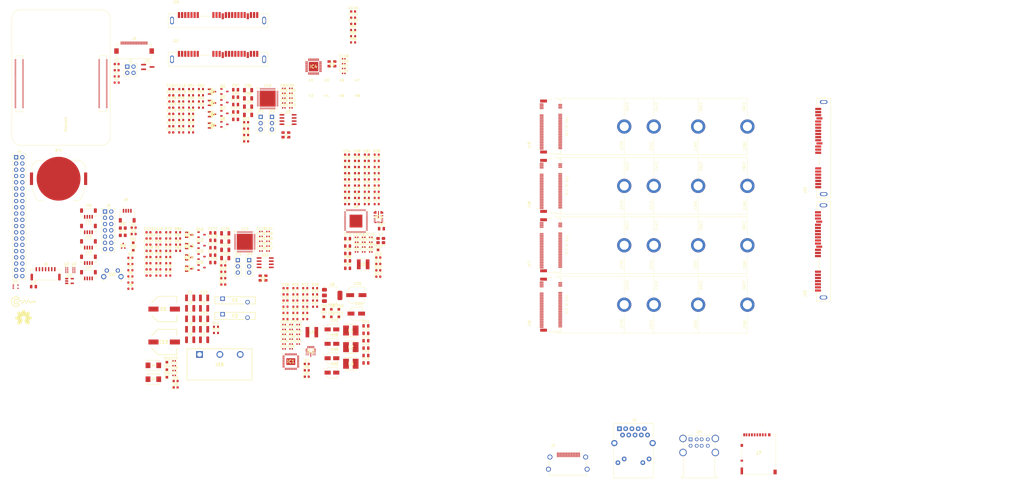
<source format=kicad_pcb>
(kicad_pcb (version 20241229) (generator "pcbnew") (generator_version "9.0")
  (title_block (title "${DOC_TYPE} Document") (date "2024-04-13") (rev "1.1") (company "${COMPANY}"))
  (layers (0 "F.Cu" signal "L1 (Sig, PWR)") (4 "In1.Cu" signal "L2 (GND)") (6 "In2.Cu" power "L3 (Sig, PWR)") (2 "B.Cu" signal "L6 (Sig, PWR)") (13 "F.Paste" user) (15 "B.Paste" user) (5 "F.SilkS" user "F.Silkscreen") (7 "B.SilkS" user "B.Silkscreen") (1 "F.Mask" user) (3 "B.Mask" user) (25 "Edge.Cuts" user))
  (property "BOARD_NAME" "CM5_NAS")
  (property "DESIGNER" "Oliver Studman")
  (property "DOC_TYPE" "Fabrication")
  (property "PROJECT_NAME" "CM5_NAS")
  (property "RELEASE_DATE" "Release Date")
  (property "REVIEWER" "Reviewer Name")
  (property "REVISION" "6")
  (net 0 "")
  (net 1 "/Project Architecture/CM5_GPIO/VBAT")
  (net 2 "/Project Architecture/CM5_High Speed IO/+5V S1")
  (net 3 "/Project Architecture/CM5_High Speed IO/HDMI_5v")
  (net 4 "/Project Architecture/CM5_GPIO/SD_PWR")
  (net 5 "/Project Architecture/Input/+12V")
  (net 6 "/Project Architecture/Input/+5V S1")
  (net 7 "Net-(IC1-COMP2)")
  (net 8 "Net-(IC1-V7V)")
  (net 9 "/Project Architecture/Power/+5V S1")
  (net 10 "/Project Architecture/Power/+3V3")
  (net 11 "Net-(C24-Pad1)")
  (net 12 "Net-(IC1-V3V)")
  (net 13 "Net-(IC1-SS2)")
  (net 14 "/Project Architecture/Power/FB2")
  (net 15 "/Project Architecture/Power/+1V2A")
  (net 16 "Net-(IC1-LX2_1)")
  (net 17 "Net-(IC1-BST2)")
  (net 18 "/Project Architecture/Power/+3V3A")
  (net 19 "Net-(IC1-BST3)")
  (net 20 "Net-(IC1-LX3_1)")
  (net 21 "Net-(IC1-BST1)")
  (net 22 "Net-(IC1-LX1_1)")
  (net 23 "/Project Architecture/Power/+1V2")
  (net 24 "/Project Architecture/Power/FB3")
  (net 25 "/Project Architecture/Power/FB1")
  (net 26 "Net-(IC1-SS3)")
  (net 27 "Net-(IC1-SS1)")
  (net 28 "Net-(IC2-BST)")
  (net 29 "Net-(IC2-LX)")
  (net 30 "/Project Architecture/Power/+12V")
  (net 31 "Net-(C42-Pad1)")
  (net 32 "Net-(C43-Pad1)")
  (net 33 "/Project Architecture/Power/+5V S2")
  (net 34 "Net-(IC2-COMP)")
  (net 35 "Net-(IC1-CMP3)")
  (net 36 "Net-(IC1-CMP1)")
  (net 37 "Net-(IC2-BIAS)")
  (net 38 "/Project Architecture/Power/SUP")
  (net 39 "Net-(C51-Pad1)")
  (net 40 "/Project Architecture/M.2 Drives/PCIe_TX_P_1")
  (net 41 "Net-(U8-TXP_1)")
  (net 42 "/Project Architecture/M.2 Drives/PCIe_TX_N_1")
  (net 43 "Net-(U8-TXN_1)")
  (net 44 "+1V2")
  (net 45 "/Project Architecture/M.2 Drives/FB")
  (net 46 "/Project Architecture/M.2 Drives/PCIe_TX_P_2")
  (net 47 "Net-(U8-TXP_2)")
  (net 48 "/Project Architecture/M.2 Drives/PCIe_TX_N_2")
  (net 49 "Net-(U8-TXN_2)")
  (net 50 "/Project Architecture/M.2 Drives/PCIe_TX_P_3")
  (net 51 "Net-(U8-TXP_3)")
  (net 52 "Net-(U8-TXN_3)")
  (net 53 "/Project Architecture/M.2 Drives/PCIe_TX_N_3")
  (net 54 "Net-(U8-TXP_4)")
  (net 55 "/Project Architecture/M.2 Drives/PCIe_TX_P_4")
  (net 56 "Net-(U8-TXN_4)")
  (net 57 "/Project Architecture/M.2 Drives/PCIe_TX_N_4")
  (net 58 "Net-(C95-Pad2)")
  (net 59 "Net-(C103-Pad2)")
  (net 60 "Net-(IC3-CBOOT)")
  (net 61 "/Project Architecture/M.2 Drives/BOOT")
  (net 62 "Net-(C120-Pad2)")
  (net 63 "+3V3A")
  (net 64 "Net-(U8-TXP_IN)")
  (net 65 "/Project Architecture/M.2 Drives/PCIE_TX_P")
  (net 66 "/Project Architecture/M.2 Drives/PCIE_TX_N")
  (net 67 "Net-(U8-TXN_IN)")
  (net 68 "/Project Architecture/Sata Drives 1/XIN")
  (net 69 "/Project Architecture/Sata Drives 1/XOUT")
  (net 70 "Net-(C124-Pad2)")
  (net 71 "/Project Architecture/Sata Drives 1/S0_TXN")
  (net 72 "/Project Architecture/Sata Drives 1/S0_TXP")
  (net 73 "Net-(C92-Pad2)")
  (net 74 "/Project Architecture/Sata Drives 1/S0_RXP")
  (net 75 "Net-(C93-Pad2)")
  (net 76 "Net-(C94-Pad2)")
  (net 77 "/Project Architecture/Sata Drives 1/S0_RXN")
  (net 78 "+5V-HDD0")
  (net 79 "Net-(Q3-G)")
  (net 80 "+12V")
  (net 81 "+12V-HDD0")
  (net 82 "Net-(Q6-G)")
  (net 83 "Net-(C132-Pad2)")
  (net 84 "/Project Architecture/Sata Drives 1/S1_TXN")
  (net 85 "/Project Architecture/Sata Drives 1/S1_TXP")
  (net 86 "Net-(C100-Pad2)")
  (net 87 "/Project Architecture/Sata Drives 1/S1_RXP")
  (net 88 "Net-(C101-Pad2)")
  (net 89 "/Project Architecture/Sata Drives 1/S1_RXN")
  (net 90 "Net-(C102-Pad2)")
  (net 91 "/Project Architecture/Sata Drives 1/VBUS-S")
  (net 92 "+5V-HDD1")
  (net 93 "+12V-HDD1")
  (net 94 "/Project Architecture/Sata Drives 1/3V3")
  (net 95 "/Project Architecture/Sata Drives 1/3V3A")
  (net 96 "/Project Architecture/Sata Drives 1/1V2D")
  (net 97 "/Project Architecture/Sata Drives 1/1V2A")
  (net 98 "/Project Architecture/Sata Drives 2/S2_TXN")
  (net 100 "/Project Architecture/Sata Drives 2/S2_TXP")
  (net 101 "Net-(C119-Pad2)")
  (net 102 "/Project Architecture/Sata Drives 2/XIN")
  (net 103 "/Project Architecture/Sata Drives 2/XOUT")
  (net 104 "/Project Architecture/Sata Drives 2/S2_RXP")
  (net 106 "/Project Architecture/Sata Drives 2/S2_RXN")
  (net 107 "Net-(C123-Pad2)")
  (net 108 "+5V-HDD2")
  (net 109 "+12V-HDD2")
  (net 110 "Net-(Q11-G)")
  (net 111 "Net-(Q14-G)")
  (net 112 "/Project Architecture/Sata Drives 2/S3_TXN")
  (net 113 "/Project Architecture/M.2 Drives/PERST")
  (net 114 "Net-(C129-Pad2)")
  (net 115 "Net-(C130-Pad2)")
  (net 116 "/Project Architecture/Sata Drives 2/S3_RXP")
  (net 117 "/Project Architecture/Sata Drives 2/S3_RXN")
  (net 118 "Net-(C131-Pad2)")
  (net 119 "/Project Architecture/Sata Drives 2/VBUS-S")
  (net 120 "+5V-HDD3")
  (net 121 "+12V-HDD3")
  (net 122 "/Project Architecture/Sata Drives 2/3V3")
  (net 123 "/Project Architecture/Sata Drives 2/3V3A")
  (net 124 "/Project Architecture/Sata Drives 2/1V2D")
  (net 125 "/Project Architecture/Sata Drives 2/1V2A")
  (net 126 "Net-(IC4-CRFILT)")
  (net 127 "/Project Architecture/Usb Switch/XIN")
  (net 128 "/Project Architecture/Usb Switch/XOUT")
  (net 129 "Net-(J24-Shield)")
  (net 130 "Net-(IC4-PLLFILT)")
  (net 131 "/Project Architecture/CM5_GPIO/+3V3")
  (net 132 "Net-(D1-K)")
  (net 133 "Net-(D2-K)")
  (net 134 "Net-(D3-A)")
  (net 135 "Net-(D6-A)")
  (net 136 "Net-(D7-A)")
  (net 137 "Net-(D8-A)")
  (net 138 "Net-(D9-A)")
  (net 139 "Net-(D10-K)")
  (net 140 "Net-(D11-K)")
  (net 141 "Net-(D12-K)")
  (net 142 "Net-(D13-K)")
  (net 143 "Net-(D14-A)")
  (net 144 "Net-(D15-A)")
  (net 145 "Net-(D16-A)")
  (net 146 "Net-(D17-A)")
  (net 147 "Net-(D18-A)")
  (net 148 "Net-(D19-A)")
  (net 149 "Net-(D20-A)")
  (net 150 "Net-(D21-A)")
  (net 151 "Net-(F1-Pad1)")
  (net 152 "Net-(F2-Pad1)")
  (net 153 "Net-(IC1-RLIM2)")
  (net 154 "Net-(IC1-RLIM3)")
  (net 156 "Net-(IC1-ROSC)")
  (net 157 "Net-(IC1-RLIM1)")
  (net 158 "Net-(IC1-PGOOD)")
  (net 159 "Net-(IC2-~{RESET})")
  (net 160 "Net-(IC2-FOSC)")
  (net 161 "/Project Architecture/M.2 Drives/VCC")
  (net 162 "/Project Architecture/M.2 Drives/RS1")
  (net 163 "Net-(IC3-SW)")
  (net 164 "/Project Architecture/M.2 Drives/EN")
  (net 165 "/Project Architecture/Usb Switch/+3V3A")
  (net 166 "Net-(IC4-USBDM_DN1{slash}PRT_DIS_M1)")
  (net 171 "Net-(IC4-USBDM_DN2{slash}PRT_DIS_M2)")
  (net 174 "/Project Architecture/Usb Switch/+3V3")
  (net 176 "Net-(IC4-VBUS_DET)")
  (net 180 "Net-(IC4-USBDP_DN2{slash}PRT_DIS_P2)")
  (net 181 "/Project Architecture/Usb Switch/USB2_P")
  (net 182 "/Project Architecture/Usb Switch/USB2_N")
  (net 183 "Net-(IC4-RBIAS)")
  (net 188 "Net-(IC4-USBDP_DN1{slash}PRT_DIS_P1)")
  (net 192 "/Project Architecture/CM5_High Speed IO/SDA1")
  (net 193 "/Project Architecture/CM5_High Speed IO/ID_SD")
  (net 194 "/Project Architecture/CM5_High Speed IO/ID_SC")
  (net 195 "/Project Architecture/CM5_High Speed IO/SCL1")
  (net 196 "/Project Architecture/CM5_High Speed IO/HDMI0_HOTPLUG")
  (net 197 "/Project Architecture/CM5_High Speed IO/HDMI0_CEC")
  (net 198 "/Project Architecture/CM5_High Speed IO/HDMI0_D2_P")
  (net 199 "/Project Architecture/CM5_High Speed IO/HDMI0_D0_P")
  (net 200 "/Project Architecture/CM5_High Speed IO/HDMI0_CK_P")
  (net 201 "/Project Architecture/CM5_High Speed IO/HDMI0_D2_N")
  (net 202 "/Project Architecture/CM5_High Speed IO/HDMI0_D1_P")
  (net 203 "/Project Architecture/CM5_High Speed IO/HDMI0_D0_N")
  (net 204 "/Project Architecture/CM5_High Speed IO/HDMI0_SCL")
  (net 205 "/Project Architecture/CM5_High Speed IO/HDMI0_SDA")
  (net 207 "/Project Architecture/CM5_High Speed IO/HDMI0_CK_N")
  (net 208 "/Project Architecture/CM5_High Speed IO/HDMI0_D1_N")
  (net 209 "/Project Architecture/CM5_High Speed IO/DPHY0_C_P")
  (net 210 "/Project Architecture/CM5_High Speed IO/DPHY0_D2_N")
  (net 211 "/Project Architecture/CM5_High Speed IO/DPHY0_D2_P")
  (net 212 "/Project Architecture/CM5_High Speed IO/DPHY0_D0_N")
  (net 213 "/Project Architecture/CM5_High Speed IO/DPHY0_D1_P")
  (net 214 "/Project Architecture/CM5_High Speed IO/DPHY0_D1_N")
  (net 215 "/Project Architecture/CM5_High Speed IO/DPHY0_D0_P")
  (net 216 "/Project Architecture/CM5_High Speed IO/+3V3")
  (net 217 "/Project Architecture/CM5_High Speed IO/DPHY0_D3_N")
  (net 218 "/Project Architecture/CM5_High Speed IO/CAM_GPIO0")
  (net 219 "/Project Architecture/CM5_High Speed IO/DPHY0_C_N")
  (net 220 "/Project Architecture/CM5_High Speed IO/SCL0")
  (net 221 "/Project Architecture/CM5_High Speed IO/CAM_GPIO1")
  (net 222 "/Project Architecture/CM5_High Speed IO/DPHY0_D3_P")
  (net 223 "/Project Architecture/CM5_High Speed IO/SDA0")
  (net 226 "/Project Architecture/CM5_GPIO/GPIO19")
  (net 228 "/Project Architecture/CM5_GPIO/GPIO22")
  (net 229 "/Project Architecture/CM5_GPIO/ID_SC")
  (net 230 "/Project Architecture/CM5_GPIO/GPIO17")
  (net 231 "/Project Architecture/CM5_GPIO/GPIO9")
  (net 232 "/Project Architecture/CM5_GPIO/GPIO7")
  (net 234 "/Project Architecture/CM5_GPIO/+5V")
  (net 236 "/Project Architecture/CM5_GPIO/GPIO18")
  (net 237 "/Project Architecture/CM5_GPIO/GPIO16")
  (net 239 "/Project Architecture/CM5_GPIO/GPIO5")
  (net 240 "/Project Architecture/CM5_GPIO/GPIO26")
  (net 241 "/Project Architecture/CM5_GPIO/GPIO23")
  (net 244 "/Project Architecture/CM5_GPIO/ID_SD")
  (net 245 "/Project Architecture/CM5_GPIO/GPIO20")
  (net 250 "/Project Architecture/CM5_GPIO/GPIO24")
  (net 251 "/Project Architecture/CM5_GPIO/GPIO6")
  (net 252 "/Project Architecture/CM5_GPIO/GPIO21")
  (net 253 "/Project Architecture/CM5_GPIO/TRD0_P")
  (net 254 "/Project Architecture/CM5_GPIO/TRD0_N")
  (net 255 "Net-(J5-PadL4)")
  (net 256 "/Project Architecture/CM5_GPIO/TRD1_N")
  (net 257 "Net-(J5-PadL2)")
  (net 258 "/Project Architecture/CM5_GPIO/TRD3_P")
  (net 259 "/Project Architecture/CM5_GPIO/TRD1_P")
  (net 260 "/Project Architecture/CM5_GPIO/TRD2_N")
  (net 261 "/Project Architecture/CM5_GPIO/TRD3_N")
  (net 262 "/Project Architecture/CM5_GPIO/TRD2_P")
  (net 263 "/Project Architecture/CM5_GPIO/GPIO25")
  (net 264 "/Project Architecture/CM5_GPIO/GPIO8")
  (net 265 "/Project Architecture/CM5_GPIO/GPIO10")
  (net 266 "/Project Architecture/CM5_GPIO/GPIO27")
  (net 267 "/Project Architecture/CM5_GPIO/GPIO11")
  (net 268 "/Project Architecture/CM5_GPIO/SD_DAT0")
  (net 269 "/Project Architecture/CM5_GPIO/SD_DAT2")
  (net 270 "/Project Architecture/CM5_GPIO/SD_CLK")
  (net 271 "/Project Architecture/CM5_GPIO/SD_DAT1")
  (net 272 "/Project Architecture/CM5_GPIO/SD_DAT3")
  (net 273 "/Project Architecture/CM5_GPIO/SD_CMD")
  (net 274 "/Project Architecture/CM5_GPIO/GPIO2")
  (net 275 "/Project Architecture/CM5_GPIO/GPIO3")
  (net 276 "/Project Architecture/CM5_GPIO/nRPIBOOT")
  (net 277 "/Project Architecture/CM5_GPIO/EEPROM_nWP")
  (net 278 "/Project Architecture/CM5_GPIO/PMIC_ENABLE")
  (net 280 "/Project Architecture/CM5_GPIO/SYNC_OUT")
  (net 281 "/Project Architecture/CM5_GPIO/PWR_BUT")
  (net 282 "/Project Architecture/CM5_GPIO/USBOTG")
  (net 283 "/Project Architecture/CM5_GPIO/+12V")
  (net 285 "/Project Architecture/CM5_GPIO/PWM_1")
  (net 287 "/Project Architecture/CM5_GPIO/PWM_2")
  (net 288 "/Project Architecture/CM5_GPIO/TACHO")
  (net 289 "/Project Architecture/CM5_GPIO/PWM_0")
  (net 291 "/Project Architecture/CM5_GPIO/PWM_3")
  (net 293 "/Project Architecture/M.2 Drives/SUSCLK")
  (net 294 "/Project Architecture/M.2 Drives/PCIe_CLK_N_4")
  (net 295 "Net-(J16-DAS{slash}~{DSS}{slash}~{LED1})")
  (net 296 "/Project Architecture/M.2 Drives/PCIe_RX_N_4")
  (net 297 "/Project Architecture/M.2 Drives/PCIe_CLK_P_4")
  (net 298 "/Project Architecture/M.2 Drives/PCIe_RX_P_4")
  (net 299 "/Project Architecture/M.2 Drives/PCIe_RX_P_3")
  (net 300 "/Project Architecture/M.2 Drives/PCIe_RX_N_3")
  (net 301 "Net-(J17-DAS{slash}~{DSS}{slash}~{LED1})")
  (net 302 "/Project Architecture/M.2 Drives/PCIe_RX_P_1")
  (net 303 "/Project Architecture/M.2 Drives/PCIe_CLK_P_1")
  (net 304 "/Project Architecture/M.2 Drives/PCIe_CLK_N_1")
  (net 305 "Net-(J18-DAS{slash}~{DSS}{slash}~{LED1})")
  (net 306 "/Project Architecture/M.2 Drives/PCIe_RX_N_1")
  (net 307 "/Project Architecture/M.2 Drives/PCIe_RX_N_2")
  (net 308 "/Project Architecture/M.2 Drives/PCIe_CLK_P_2")
  (net 309 "Net-(J19-DAS{slash}~{DSS}{slash}~{LED1})")
  (net 310 "/Project Architecture/M.2 Drives/PCIe_RX_P_2")
  (net 311 "/Project Architecture/M.2 Drives/PCIe_CLK_N_2")
  (net 314 "Net-(Q2-B)")
  (net 318 "Net-(Q8-B)")
  (net 321 "Net-(Q10-B)")
  (net 325 "Net-(Q15-B)")
  (net 328 "/Project Architecture/Usb Switch/+5V S1")
  (net 329 "/Project Architecture/Sata Drives 1/GPIO5")
  (net 330 "/Project Architecture/Sata Drives 1/GPIO7")
  (net 331 "/Project Architecture/Sata Drives 2/GPIO5")
  (net 332 "/Project Architecture/Sata Drives 2/GPIO7")
  (net 333 "/Project Architecture/CM5_GPIO/ETH_LEDY")
  (net 334 "/Project Architecture/CM5_High Speed IO/USB2_P")
  (net 337 "/Project Architecture/CM5_High Speed IO/PCIE_nCLKREQ")
  (net 339 "/Project Architecture/CM5_GPIO/SDA0")
  (net 341 "/Project Architecture/CM5_High Speed IO/USB2_N")
  (net 345 "/Project Architecture/CM5_GPIO/ETH_LEDG")
  (net 350 "/Project Architecture/CM5_GPIO/SCL0")
  (net 351 "/Project Architecture/CM5_High Speed IO/PCIE_TX_N")
  (net 352 "/Project Architecture/CM5_High Speed IO/PCIE_PWR_EN")
  (net 354 "/Project Architecture/CM5_GPIO/SD_PWR_ON")
  (net 355 "Net-(Module1A-LED_nACT)")
  (net 356 "/Project Architecture/CM5_High Speed IO/USB3-0-TX_N")
  (net 358 "/Project Architecture/CM5_GPIO/PWM_4")
  (net 363 "/Project Architecture/CM5_High Speed IO/USBOTG")
  (net 364 "/Project Architecture/CM5_High Speed IO/USB3-1-TX_P")
  (net 367 "/Project Architecture/CM5_High Speed IO/VBUS_EN")
  (net 368 "/Project Architecture/CM5_High Speed IO/PCIE_nWAKE")
  (net 369 "/Project Architecture/CM5_GPIO/CM5 Shut")
  (net 371 "/Project Architecture/CM5_High Speed IO/USB3-1-RX_N")
  (net 372 "/Project Architecture/CM5_GPIO/CAM_GPIO1")
  (net 374 "/Project Architecture/CM5_GPIO/GPIO_VREF")
  (net 375 "/Project Architecture/CM5_High Speed IO/PCIE_RX_N")
  (net 377 "/Project Architecture/CM5_High Speed IO/USB3-1-TX_N")
  (net 379 "/Project Architecture/CM5_High Speed IO/PCIE_CLK_N")
  (net 380 "/Project Architecture/CM5_High Speed IO/PCIE_TX_P")
  (net 381 "/Project Architecture/CM5_GPIO/WL_nDis")
  (net 382 "/Project Architecture/CM5_High Speed IO/PCIE_nRST")
  (net 383 "/Project Architecture/CM5_High Speed IO/USB3-1-RX_P")
  (net 384 "/Project Architecture/CM5_High Speed IO/USB3-0-RX_P")
  (net 385 "/Project Architecture/CM5_GPIO/BT_nDis")
  (net 386 "/Project Architecture/CM5_High Speed IO/USB3-0-RX_N")
  (net 387 "/Project Architecture/CM5_High Speed IO/USB3-0-TX_P")
  (net 390 "/Project Architecture/CM5_GPIO/nPWR_LED")
  (net 392 "/Project Architecture/CM5_GPIO/+1V8")
  (net 393 "/Project Architecture/CM5_High Speed IO/PCIE_RX_P")
  (net 394 "/Project Architecture/CM5_GPIO/CAM_GPIO0")
  (net 398 "/Project Architecture/CM5_High Speed IO/PCIE_CLK_P")
  (net 403 "/Project Architecture/Sata Drives 1/HDD0_DET")
  (net 404 "Net-(Q4-C)")
  (net 405 "+5V")
  (net 406 "Net-(Q7-C)")
  (net 407 "/Project Architecture/Sata Drives 1/HDD1_DET")
  (net 408 "/Project Architecture/Sata Drives 2/HDD2_DET")
  (net 409 "Net-(Q12-C)")
  (net 410 "/Project Architecture/Sata Drives 2/HDD3_DET")
  (net 411 "Net-(Q16-C)")
  (net 412 "/Project Architecture/CM5_High Speed IO/GPIO_VREF")
  (net 413 "Net-(R6-Pad2)")
  (net 414 "Net-(U8-GPIO_1)")
  (net 415 "Net-(U8-GPIO_5)")
  (net 416 "Net-(U8-GPIO_7)")
  (net 417 "Net-(U8-GPIO_3)")
  (net 418 "Net-(U8-GPIO_0)")
  (net 419 "Net-(U8-GPIO_4)")
  (net 420 "Net-(U8-GPIO_2)")
  (net 421 "Net-(U8-GPIO_6)")
  (net 422 "Net-(U8-TEST_EN)")
  (net 423 "Net-(U8-REXT1)")
  (net 424 "Net-(U8-REXT2)")
  (net 425 "/Project Architecture/Sata Drives 1/S-REXT")
  (net 426 "/Project Architecture/Sata Drives 1/GPIO9")
  (net 427 "/Project Architecture/Sata Drives 1/U-REXT")
  (net 428 "/Project Architecture/Sata Drives 1/GPIO8")
  (net 429 "/Project Architecture/Sata Drives 1/VBUS")
  (net 430 "/Project Architecture/Sata Drives 1/GPIO1")
  (net 431 "/Project Architecture/Sata Drives 1/GPIO11")
  (net 432 "/Project Architecture/Sata Drives 1/GPIO10")
  (net 433 "/Project Architecture/Sata Drives 1/GPIO12")
  (net 434 "/Project Architecture/Sata Drives 1/GPIO14")
  (net 435 "/Project Architecture/Sata Drives 2/S-REXT")
  (net 436 "/Project Architecture/Sata Drives 2/GPIO9")
  (net 437 "/Project Architecture/Sata Drives 2/U-REXT")
  (net 438 "/Project Architecture/Sata Drives 2/GPIO8")
  (net 439 "/Project Architecture/Sata Drives 2/VBUS")
  (net 440 "/Project Architecture/Sata Drives 2/GPIO1")
  (net 441 "/Project Architecture/Sata Drives 2/GPIO11")
  (net 442 "/Project Architecture/Sata Drives 2/GPIO10")
  (net 443 "/Project Architecture/Sata Drives 2/GPIO12")
  (net 444 "/Project Architecture/Sata Drives 2/GPIO14")
  (net 447 "/Project Architecture/M.2 Drives/PCIe_CLK_N_3")
  (net 448 "/Project Architecture/M.2 Drives/PCIE_RX_P")
  (net 451 "/Project Architecture/M.2 Drives/PCIE_CLK_N")
  (net 452 "/Project Architecture/M.2 Drives/PCIe_CLK_P_3")
  (net 453 "/Project Architecture/M.2 Drives/PCIE_nRST")
  (net 454 "/Project Architecture/M.2 Drives/PCIE_CLK_P")
  (net 455 "/Project Architecture/M.2 Drives/PCIE_RX_N")
  (net 456 "/Project Architecture/Sata Drives 1/GPIO16")
  (net 457 "/Project Architecture/Sata Drives 1/GPIO13")
  (net 458 "/Project Architecture/Sata Drives 1/GPIO15")
  (net 459 "/Project Architecture/Sata Drives 1/GPIO2")
  (net 460 "/Project Architecture/Sata Drives 1/GPIO17")
  (net 461 "/Project Architecture/Sata Drives 1/USB3-0-TX_N")
  (net 462 "/Project Architecture/Sata Drives 1/GPIO6")
  (net 463 "/Project Architecture/Sata Drives 1/GPIO0")
  (net 464 "/Project Architecture/Sata Drives 1/USB3-0-RX_N")
  (net 465 "/Project Architecture/Sata Drives 1/GPIO4")
  (net 467 "/Project Architecture/Sata Drives 1/VCCH")
  (net 469 "/Project Architecture/Sata Drives 1/GPIO3")
  (net 470 "/Project Architecture/Sata Drives 1/USB3-0-TX_P")
  (net 473 "/Project Architecture/Sata Drives 1/DM")
  (net 476 "/Project Architecture/Sata Drives 1/RSTn")
  (net 477 "/Project Architecture/Sata Drives 1/USB3-0-RX_P")
  (net 479 "/Project Architecture/Sata Drives 1/DP")
  (net 480 "/Project Architecture/Sata Drives 2/GPIO15")
  (net 481 "/Project Architecture/Sata Drives 2/GPIO13")
  (net 482 "/Project Architecture/Sata Drives 2/GPIO2")
  (net 483 "/Project Architecture/Sata Drives 2/GPIO16")
  (net 484 "/Project Architecture/Sata Drives 2/VCCH")
  (net 485 "/Project Architecture/Sata Drives 2/GPIO4")
  (net 487 "/Project Architecture/Sata Drives 2/GPIO6")
  (net 489 "/Project Architecture/Sata Drives 2/GPIO17")
  (net 491 "/Project Architecture/Sata Drives 2/GPIO0")
  (net 492 "/Project Architecture/Sata Drives 2/USB3-1-TX_N")
  (net 494 "/Project Architecture/Sata Drives 2/USB3-1-TX_P")
  (net 495 "/Project Architecture/Sata Drives 2/GPIO3")
  (net 496 "/Project Architecture/Sata Drives 2/RSTn")
  (net 498 "/Project Architecture/Sata Drives 2/S3_TXP")
  (net 499 "/Project Architecture/Sata Drives 2/USB3-1-RX_N")
  (net 500 "/Project Architecture/Sata Drives 2/USB3-1-RX_P")
  (net 505 "gnd")
  (net 513 "/Project Architecture/M.2 Drives/PCIE_nCLKREQ")
  (net 534 "/Project Architecture/M.2 Drives/PCIE_nWAKE")
  (footprint "Capacitor_SMD:C_0805_2012Metric" (layer "F.Cu") (at -71.39 53.37)
    (property "Reference" "C113")
    (property "Value" "1u")
  )
  (footprint "MMBT3904:P200_SOT-23" (layer "F.Cu") (at -77.16 47.04)
    (property "Reference" "Q2")
    (property "Value" "NPN")
  )
  (footprint "Resistor_SMD:R_0603_1608Metric" (layer "F.Cu") (at -98.74 107.73)
    (property "Reference" "R73")
    (property "Value" "100K")
  )
  (footprint "Capacitor_SMD:C_0402_1005Metric" (layer "F.Cu") (at -61.1 112.83)
    (property "Reference" "C123")
    (property "Value" "10n")
  )
  (footprint "Capacitor_SMD:C_1210_3225Metric" (layer "F.Cu") (at -84.19 144.6)
    (property "Reference" "C16")
    (property "Value" "10u")
  )
  (footprint "Capacitor_SMD:C_0805_2012Metric" (layer "F.Cu") (at -12.192 103.759)
    (property "Reference" "C87")
    (property "Value" "1u")
  )
  (footprint "Capacitor_SMD:C_0603_1608Metric" (layer "F.Cu") (at -106.76 120.28)
    (property "Reference" "C141")
    (property "Value" "100n")
  )
  (footprint "Resistor_SMD:R_0603_1608Metric" (layer "F.Cu") (at -119.67 44.46)
    (property "Reference" "R2")
    (property "Value" "2K2 1%")
  )
  (footprint "Capacitor_SMD:C_0603_1608Metric" (layer "F.Cu") (at -97.49 64.67)
    (property "Reference" "C115")
    (property "Value" "100n")
  )
  (footprint "EEEFK1H100UR:CAP_EEEFK1H100UR" (layer "F.Cu") (at -22.415 138.23)
    (property "Reference" "C22")
    (property "Value" "10u")
  )
  (footprint "Capacitor_SMD:C_1210_3225Metric" (layer "F.Cu") (at -84.19 131.85)
    (property "Reference" "C12")
    (property "Value" "1u")
  )
  (footprint "Resistor_SMD:R_0603_1608Metric" (layer "F.Cu") (at -39.12 127.91)
    (property "Reference" "R28")
    (property "Value" "20k")
  )
  (footprint "Resistor_SMD:R_0603_1608Metric" (layer "F.Cu") (at -47.14 127.91)
    (property "Reference" "R16")
    (property "Value" "40K2")
  )
  (footprint "SRN5040TA-1R0M:SRN5040TA1R0M" (layer "F.Cu") (at -40.445 145.765)
    (property "Reference" "L4")
    (property "Value" "1u" (hide yes))
  )
  (footprint "Capacitor_SMD:C_0603_1608Metric" (layer "F.Cu") (at -22.14 81.24)
    (property "Reference" "C74")
    (property "Value" "0u47")
  )
  (footprint "Capacitor_SMD:C_0603_1608Metric" (layer "F.Cu") (at -23.69 15.59)
    (property "Reference" "C149")
    (property "Value" "100n")
  )
  (footprint "Resistor_SMD:R_0603_1608Metric" (layer "F.Cu") (at -18.13 88.77)
    (property "Reference" "R36")
    (property "Value" "10K")
  )
  (footprint "MAX20008AFOC_VY+T:MAX20008AFOCVYT" (layer "F.Cu") (at -40.895 153.59)
    (property "Reference" "IC2")
    (property "Value" "MAX20008AFOC_VY+T" (hide yes))
  )
  (footprint "TestPoint:TestPoint_Pad_1.0x1.0mm" (layer "F.Cu") (at -112.94 109.47)
    (property "Reference" "TP1")
    (property "Value" "TestPoint")
  )
  (footprint "LED_SMD:LED_0603_1608Metric" (layer "F.Cu") (at -67.12 68.31)
    (property "Reference" "D17")
    (property "Value" "LED Green")
  )
  (footprint "EEE_FTH101XAP:CAP_EEEFTH101XAP" (layer "F.Cu") (at -22.39 130.73)
    (property "Reference" "C39")
    (property "Value" "100u")
  )
  (footprint "M.2 M Key socket:M.2 M Key socket" (layer "F.Cu") (at 58.11 62.29 90)
    (property "Reference" "J19")
    (property "Value" "Bus_M.2_Socket_M")
  )
  (footprint "LED_SMD:LED_0603_1608Metric" (layer "F.Cu") (at -13.46 120.65)
    (property "Reference" "D12")
    (property "Value" "LED Green")
  )
  (footprint "Capacitor_SMD:C_0402_1005Metric" (layer "F.Cu") (at -16.53 107.28)
    (property "Reference" "C72")
    (property "Value" "100n")
  )
  (footprint "AOSS21311C:SOT95P237X117-3N" (layer "F.Cu") (at -80.98 61.91)
    (property "Reference" "Q9")
    (property "Value" "PMOS" (hide yes))
  )
  (footprint "Package_SO:SOIC-8_3.9x4.9mm_P1.27mm" (layer "F.Cu") (at -59.38 117.57)
    (property "Reference" "U11")
    (property "Value" "W25X40CLSN")
  )
  (footprint "Capacitor_SMD:C_0603_1608Metric" (layer "F.Cu") (at -26.15 73.71)
    (property "Reference" "C54")
    (property "Value" "100n")
  )
  (footprint "Capacitor_SMD:C_0402_1005Metric" (layer "F.Cu") (at -61.1 110.86)
    (property "Reference" "C122")
    (property "Value" "22p")
  )
  (footprint "Resistor_SMD:R_0603_1608Metric" (layer "F.Cu") (at -47.14 140.46)
    (property "Reference" "R21")
    (property "Value" "40K2")
  )
  (footprint "Connector_JST:JST_SH_BM04B-SRSS-TB_1x04-1MP_P1.00mm_Vertical" (layer "F.Cu") (at -131.13 122.62)
    (property "Reference" "J14")
    (property "Value" "JST_SHBM04B-SRSS-TB")
  )
  (footprint "Capacitor_SMD:C_1210_3225Metric" (layer "F.Cu") (at -84.19 148.85)
    (property "Reference" "C17")
    (property "Value" "10u")
  )
  (footprint "Resistor_SMD:R_0603_1608Metric" (layer "F.Cu") (at -98.74 110.24)
    (property "Reference" "R74")
    (property "Value" "100K")
  )
  (footprint "Capacitor_SMD:C_0402_1005Metric" (layer "F.Cu") (at -16.53 109.25)
    (property "Reference" "C75")
    (property "Value" "100n")
  )
  (footprint "Resistor_SMD:R_0603_1608Metric" (layer "F.Cu") (at -89.47 52.12)
    (property "Reference" "R56")
    (property "Value" "100K")
  )
  (footprint "MountingHole:MountingHole_2.7mm_M2.5" (layer "F.Cu") (at -40.76 47.22)
    (property "Reference" "H1")
    (property "Value" "MountingHole")
  )
  (footprint "Capacitor_SMD:C_0603_1608Metric" (layer "F.Cu") (at -26.15 78.73)
    (property "Reference" "C56")
    (property "Value" "100n")
  )
  (footprint "Capacitor_SMD:C_1210_3225Metric" (layer "F.Cu") (at -89.84 131.85)
    (property "Reference" "C4")
    (property "Value" "1u")
  )
  (footprint "TestPoint:TestPoint_Pad_1.0x1.0mm" (layer "F.Cu") (at -112.94 112.52)
    (property "Reference" "TP2")
    (property "Value" "TestPoint")
  )
  (footprint "logo1.dxf:F.SilkS_g8" (layer "F.Cu") (at -157.48 133.35)
    (property "Reference" "G***" (hide yes))
    (property "Value" "LOGO" (hide yes))
  )
  (footprint "Resistor_SMD:R_0603_1608Metric" (layer "F.Cu") (at -23.69 23.12)
    (property "Reference" "R84")
    (property "Value" "1K")
  )
  (footprint "Capacitor_SMD:C_0805_2012Metric" (layer "F.Cu") (at -153.43 127.28)
    (property "Reference" "C3")
    (property "Value" "10u")
  )
  (footprint "Resistor_SMD:R_0603_1608Metric" (layer "F.Cu") (at -89.47 62.16)
    (property "Reference" "R60")
    (property "Value" "4K7")
  )
  (footprint "Resistor_SMD:R_0603_1608Metric" (layer "F.Cu") (at -85.46 54.63)
    (property "Reference" "R65")
    (property "Value" "270")
  )
  (footprint "Resistor_SMD:R_0603_1608Metric" (layer "F.Cu") (at -114.1 128.15)
    (property "Reference" "R8")
    (property "Value" "4K7")
  )
  (footprint "Capacitor_SMD:C_0402_1005Metric" (layer "F.Cu") (at -61.1 104.95)
    (property "Reference" "C119")
    (property "Value" "10n")
  )
  (footprint "Capacitor_SMD:C_0402_1005Metric" (layer "F.Cu") (at -61.1 106.92)
    (property "Reference" "C120")
    (property "Value" "10n")
  )
  (footprint "LED_SMD:LED_0603_1608Metric" (layer "F.Cu") (at -76.39 118.66)
    (property "Reference" "D18")
    (property "Value" "LED Green")
  )
  (footprint "Capacitor_SMD:C_0603_1608Metric" (layer "F.Cu") (at -26.15 86.26)
    (property "Reference" "C59")
    (property "Value" "100n")
  )
  (footprint "MMBT3904:P200_SOT-23" (layer "F.Cu") (at -86.43 114.06)
    (property "Reference" "Q15")
    (property "Value" "NPN")
  )
  (footprint "Capacitor_SMD:C_0603_1608Metric" (layer "F.Cu") (at -106.76 122.79)
    (property "Reference" "C144")
    (property "Value" "100n")
  )
  (footprint "MMBT3904:P200_SOT-23" (layer "F.Cu") (at -86.43 109.61)
    (property "Reference" "Q12")
    (property "Value" "NPN")
  )
  (footprint "Capacitor_SMD:C_0603_1608Metric" (layer "F.Cu") (at -18.13 76.22)
    (property "Reference" "C83")
    (property "Value" "100n")
  )
  (footprint "Capacitor_SMD:C_0603_1608Metric" (layer "F.Cu") (at -97.49 54.63)
    (property "Reference" "C109")
    (property "Value" "100n")
  )
  (footprint "LED_SMD:LED_0603_1608Metric" (layer "F.Cu") (at -13.46 123.24)
    (property "Reference" "D13")
    (property "Value" "LED Green")
  )
  (footprint "Capacitor_SMD:C_0603_1608Metric" (layer "F.Cu") (at -26.15 83.75)
    (property "Reference" "C58")
    (property "Value" "100n")
  )
  (footprint "PRT-14417:SPARKFUN_PRT-14417" (layer "F.Cu") (at -115.39 98.945)
    (property "Reference" "J8")
    (property "Value" "Conn_01x04")
  )
  (footprint "RGEF1200:RGEF1200" (layer "F.Cu") (at -76.69 132.175)
    (property "Reference" "F1")
    (property "Value" "Polyfuse" (hide yes))
  )
  (footprint "Capacitor_SMD:C_0402_1005Metric" (layer "F.Cu") (at -19.4 107.28)
    (property "Reference" "C62")
    (property "Value" "100n")
  )
  (footprint "Capacitor_SMD:C_0603_1608Metric" (layer "F.Cu") (at -22.14 91.28)
    (property "Reference" "C80")
    (property "Value" "100n")
  )
  (footprint "AOSS21311C:SOT95P237X117-3N" (layer "F.Cu") (at -80.98 48.14)
    (property "Reference" "Q3")
    (property "Value" "PMOS" (hide yes))
  )
  (footprint "Capacitor_SMD:C_0805_2012Metric" (layer "F.Cu") (at -18.5 152.25)
    (property "Reference" "C44")
    (property "Value" "4u7")
  )
  (footprint "Resistor_SMD:R_0603_1608Metric" (layer "F.Cu") (at -18.13 86.26)
    (property "Reference" "R35")
    (property "Value" "10K")
  )
  (footprint "Connector_JST:JST_SH_BM04B-SRSS-TB_1x04-1MP_P1.00mm_Vertical" (layer "F.Cu") (at -131.13 116.37)
    (property "Reference" "J13")
    (property "Value" "JST_SHBM04B-SRSS-TB")
  )
  (footprint "Resistor_SMD:R_0603_1608Metric" (layer "F.Cu") (at -43.13 137.95)
    (property "Reference" "R26")
    (property "Value" "80K6")
  )
  (footprint "Resistor_SMD:R_0603_1608Metric" (layer "F.Cu") (at -102.75 120.28)
    (property "Reference" "R70")
    (property "Value" "100K")
  )
  (footprint "MMBT3904:P200_SOT-23" (layer "F.Cu") (at -77.16 55.94)
    (property "Reference" "Q7")
    (property "Value" "NPN")
  )
  (footprint "TestPoint:TestPoint_Pad_1.0x1.0mm" (layer "F.Cu") (at -29.49 136.5)
    (property "Reference" "TP10")
    (property "Value" "TestPoint")
  )
  (footprint "SRN5040-2R2Y:SRN50402R2Y" (layer "F.Cu") (at -19.605 118.225)
    (property "Reference" "L5")
    (property "Value" "2u2" (hide yes))
  )
  (footprint "Capacitor_SMD:C_0402_1005Metric" (layer "F.Cu") (at -61.1 108.89)
    (property "Reference" "C121")
    (property "Value" "22p")
  )
  (footprint "MountingHole:MountingHole_2.7mm_M2.5" (layer "F.Cu") (at -22.01 53.47)
    (property "Reference" "H8")
    (property "Value" "MountingHole")
  )
  (footprint "Resistor_SMD:R_0603_1608Metric" (layer "F.Cu") (at -98.74 120.28)
    (property "Reference" "R78")
    (property "Value" "4K7")
  )
  (footprint "DM3AT-SF-PEJM5:DM3ATSFPEJM5" (layer "F.Cu") (at 140.91925 194.8425)
    (property "Reference" "J7")
    (property "Value" "Micro_SD_Card_Det" (hide yes))
  )
  (footprint "Capacitor_SMD:C_0402_1005Metric" (layer "F.Cu") (at -19.4 109.25)
    (property "Reference" "C63")
    (property "Value" "100n")
  )
  (footprint "SRN5040-4R7M:INDPM5050X400N" (layer "F.Cu") (at -24.625 145.09)
    (property "Reference" "L1")
    (property "Value" "4u7" (hide yes))
  )
  (footprint "Package_SON:USON-10_2.5x1.0mm_P0.5mm" (layer "F.Cu") (at -137.05 120.575)
    (property "Reference" "U3")
    (property "Value" "TPD4EUSB30")
  )
  (footprint "Capacitor_SMD:C_0402_1005Metric" (layer "F.Cu") (at -48.85 144.67)
    (property "Reference" "C34")
    (property "Value" "4n7")
  )
  (footprint "Capacitor_SMD:C_0603_1608Metric" (layer "F.Cu") (at -22.14 73.71)
    (property "Reference" "C68")
    (property "Value" "100n")
  )
  (footprint "Resistor_SMD:R_0603_1608Metric" (layer "F.Cu") (at -43.13 140.46)
    (property "Reference" "R27")
    (property "Value" "383k")
  )
  (footprint "Resistor_SMD:R_0603_1608Metric" (layer "F.Cu") (at -94.73 105.22)
    (property "Reference" "R80")
    (property "Value" "270")
  )
  (footprint "M.2 M Key socket:M.2 M Key socket" (layer "F.Cu") (at 58.11 86.39 90)
    (property "Reference" "J18")
    (property "Value" "Bus_M.2_Socket_M")
  )
  (footprint "Resistor_SMD:R_0603_1608Metric" (layer "F.Cu") (at -47.14 137.95)
    (property "Reference" "R20")
    (property "Value" "40K2")
  )
  (footprint "BSS84AKW115:BSS84AKW115" (layer "F.Cu") (at -117.015 110.695)
    (property "Reference" "Q1")
    (property "Value" "PMOS" (hide yes))
  )
  (footprint "Resistor_SMD:R_0603_1608Metric" (layer "F.Cu") (at -47.14 132.93)
    (property "Reference" "R18")
    (property "Value" "270")
  )
  (footprint "LED_SMD:LED_0603_1608Metric" (layer "F.Cu") (at -42.5 161.25)
    (property "Reference" "D8")
    (property "Value" "LED Green")
  )
  (footprint "Capacitor_SMD:C_1210_3225Metric" (layer "F.Cu") (at -84.19 140.35)
    (property "Reference" "C15")
    (property "Value" "10u")
  )
  (footprint "Resistor_SMD:R_0603_1608Metric" (layer "F.Cu") (at -14.12 78.73)
    (property "Reference" "R41")
    (property "Value" "1K")
  )
  (footprint "Resistor_SMD:R_0603_1608Metric" (layer "F.Cu") (at -39.12 135.44)
    (property "Reference" "R31")
    (property "Value" "12k")
  )
  (footprint "Capacitor_SMD:C_0805_2012Metric" (layer "F.Cu") (at -25.93 107.8)
    (property "Reference" "C73")
    (property "Value" "10u")
  )
  (footprint "MountingHole:MountingHole_2.7mm_M2.5" (layer "F.Cu") (at -28.26 47.22)
    (property "Reference" "H5")
    (property "Value" "MountingHole")
  )
  (footprint "LED_SMD:LED_0603_1608Metric" (layer "F.Cu") (at -112.77 105.93)
    (property "Reference" "D2")
    (property "Value" "LED Red")
  )
  (footprint "Capacitor_SMD:C_1206_3216Metric" (layer "F.Cu") (at -66.34 57.57)
    (property "Reference" "C106")
    (property "Value" "22u")
  )
  (footprint "Capacitor_SMD:C_0402_1005Metric" (layer "F.Cu") (at -27.5 36.8)
    (property "Reference" "C150")
    (property "Value" "22p")
  )
  (footprint "Package_TO_SOT_SMD:SOT-23-5" (layer "F.Cu") (at -138.83 124.995)
    (property "Reference" "U5")
    (property "Value" "RT9742GGJ5")
  )
  (footprint "Resistor_SMD:R_0603_1608Metric" (layer "F.Cu") (at -114.1 115.6)
    (property "Reference" "R3")
    (property "Value" "1K")
  )
  (footprint "Package_DFN_QFN:QFN-64-1EP_8x8mm_P0.4mm_EP6.5x6.5mm" (layer "F.Cu") (at -58.39 50.97)
    (property "Reference" "U10")
    (property "Value" "JMS561")
  )
  (footprint "Resistor_SMD:R_0603_1608Metric" (layer "F.Cu") (at -94.73 107.73)
    (property "Reference" "R81")
    (property "Value" "270")
  )
  (footprint "Capacitor_SMD:C_1206_3216Metric" (layer "F.Cu") (at -75.61 115.69)
    (property "Reference" "C135")
    (property "Value" "22u")
  )
  (footprint "Capacitor_SMD:C_0603_1608Metric" (layer "F.Cu") (at -93.48 47.1)
    (property "Reference" "C116")
    (property "Value" "100n")
  )
  (footprint "Capacitor_SMD:C_1206_3216Metric" (layer "F.Cu") (at -66.34 54.22)
    (property "Reference" "C105")
    (property "Value" "22u")
  )
  (footprint "Resistor_SMD:R_0603_1608Metric" (layer "F.Cu") (at -102.75 117.77)
    (property "Reference" "R69")
    (property "Value" "100K")
  )
  (footprint "Capacitor_SMD:C_1210_3225Metric" (layer "F.Cu") (at -89.84 136.1)
    (property "Reference" "C6")
    (property "Value" "10u")
  )
  (footprint "Capacitor_SMD:C_0402_1005Metric" (layer "F.Cu") (at -45.98 142.7)
    (property "Reference" "C42")
    (property "Value" "4n7")
  )
  (footprint "Capacitor_SMD:C_0402_1005Metric" (layer "F.Cu") (at -58.23 110.86)
    (property "Reference" "C131")
    (property "Value" "10n")
  )
  (footprint "AOSS21311C:SOT95P237X117-3N" (layer "F.Cu") (at -90.25 106.26)
    (property "Reference" "Q11")
    (property "Value" "PMOS" (hide yes))
  )
  (footprint "Resistor_SMD:R_0603_1608Metric" (layer "F.Cu") (at -98.74 122.79)
    (property "Reference" "R79")
    (property "Value" "4K7 1%")
  )
  (footprint "Capacitor_SMD:C_0402_1005Metric" (layer "F.Cu") (at -22.27 111.22)
    (property "Reference" "C60")
    (property "Value" "100n")
  )
  (footprint "Capacitor_SMD:C_0603_1608Metric" (layer "F.Cu") (at -26.15 93.79)
    (property "Reference" "C67")
    (property "Value" "100n")
  )
  (footprint "Capacitor_SMD:C_0603_1608Metric" (layer "F.Cu") (at -97.49 47.1)
    (property "Reference" "C104")
    (property "Value" "1u")
  )
  (footprint "Connector_PinHeader_2.54mm:PinHeader_1x03_P2.54mm_Vertical" (layer "F.Cu") (at -61.22 58.39)
    (property "Reference" "JP1")
    (property "Value" "3P_JUMPER")
  )
  (footprint "Connector_FFC-FPC:Hirose_FH12-22S-0.5SH_1x22-1MP_P0.50mm_Horizontal" (layer "F.Cu") (at -112.6 30.25)
    (property "Reference" "J3")
    (property "Value" "Conn_01x22_Female")
  )
  (footprint "Connector_USB:USB_A_Wuerth_61400826021_Horizontal_Stacked" (layer "F.Cu") (at 113.28925 189.2725)
    (property "Reference" "J24")
    (property "Value" "USB_A_Stacked")
  )
  (footprint "Package_SO:SOIC-8_3.9x4.9mm_P1.27mm" (layer "F.Cu") (at -50.11 59.45)
    (property "Reference" "U9")
    (property "Value" "W25X40CLSN")
  )
  (footprint "Capacitor_SMD:C_1206_3216Metric" (layer "F.Cu") (at -75.61 112.34)
    (property "Reference" "C134")
    (property "Value" "22u")
  )
  (footprint "Capacitor_SMD:C_0603_1608Metric" (layer "F.Cu") (at -22.14 76.22)
    (property "Reference" "C69")
    (property "Value" "100n")
  )
  (footprint "Capacitor_SMD:C_0805_2012Metric" (layer "F.Cu") (at -25.93 119.84)
    (property "Reference" "C89")
    (property "Value" "47u")
  )
  (footprint "Resistor_SMD:R_0603_1608Metric" (layer "F.Cu") (at -51.15 135.44)
    (property "Reference" "R13")
    (property "Value" "20k")
  )
  (footprint "MountingHole:MountingHole_2.7mm_M2.5" (layer "F.Cu") (at -34.51 53.47)
    (property "Reference" "H4")
    (property "Value" "MountingHole")
  )
  (footprint "Connector_RJ:RJ45_UDE_RB1-125B8G1A" (layer "F.Cu") (at 84.40425 184.9625)
    (property "Reference" "J5")
    (property "Value" "RJ45_RB1-125B8G1A")
  )
  (footprint "MountingHole:MountingHole_2.7mm_M2.5" (layer "F.Cu") (at -28.26 53.47)
    (property "Reference" "H6")
    (property "Value" "MountingHole")
  )
  (footprint "Resistor_SMD:R_0603_1608Metric" (layer "F.Cu") (at -43.13 132.93)
    (property "Reference" "R24")
    (property "Value" "20K")
  )
  (footprint "Resistor_SMD:R_0603_1608Metric" (layer "F.Cu") (at -14.12 88.77)
    (property "Reference" "R45")
    (property "Value" "1k")
  )
  (footprint "TestPoint:TestPoint_Pad_1.0x1.0mm" (layer "F.Cu") (at -99.29 161)
    (property "Reference" "TP4")
    (property "Value" "TestPoint")
  )
  (footprint "Capacitor_SMD:C_0402_1005Metric" (layer "F.Cu") (at -48.96 54.71)
    (property "Reference" "C103")
    (property "Value" "10n")
  )
  (footprint "AOSS21311C:SOT95P237X117-3N" (layer "F.Cu") (at -80.98 57.32)
    (property "Reference" "Q6")
    (property "Value" "PMOS" (hide yes))
  )
  (footprint "Capacitor_SMD:C_0402_1005Metric" (layer "F.Cu") (at -51.72 146.64)
    (property "Reference" "C26")
    (property "Value" "4n7")
  )
  (footprint "M.2 M Key socket:M.2 M Key socket" (layer "F.Cu") (at 58.11 110.49 90)
    (property "Reference" "J17")
    (property "Value" "Bus_M.2_Socket_M")
  )
  (footprint "Capacitor_SMD:C_0805_2012Metric" (layer "F.Cu") (at -18.5 143.22)
    (property "Reference" "C21")
    (property "Value" "10u")
  )
  (footprint "ABM8-30.000MHZ-B2-T:ABM810000MHZ12D2W" (layer "F.Cu") (at -32.285 36.845)
    (property "Reference" "Y3")
    (property "Value" "30MHz" (hide yes))
  )
  (footprint "Package_TO_SOT_SMD:SOT-223-3_TabPin2" (layer "F.Cu") (at -32.19 130.855)
    (property "Reference" "U6")
    (property "Value" "AMS1117-3.3")
  )
  (footprint "Capacitor_SMD:C_0603_1608Metric" (layer "F.Cu") (at -22.14 88.77)
    (property "Reference" "C79")
    (property "Value" "100n")
  )
  (footprint "Resistor_SMD:R_0603_1608Metric" (layer "F.Cu") (at -102.75 115.26)
    (property "Reference" "R68")
    (property "Value" "100K")
  )
  (footprint "Capacitor_SMD:C_1210_3225Metric" (layer "F.Cu") (at -84.19 136.1)
    (property "Reference" "C14")
    (property "Value" "10u")
  )
  (footprint "Capacitor_SMD:C_0805_2012Metric" (layer "F.Cu") (at -71.39 56.38)
    (property "Reference" "C114")
    (property "Value" "1u")
  )
  (footprint "Resistor_SMD:R_0603_1608Metric" (layer "F.Cu") (at -43.13 127.91)
    (property "Reference" "R22")
    (property "Value" "120k")
  )
  (footprint "Capacitor_SMD:C_0603_1608Metric" (layer "F.Cu") (at -23.69 18.1)
    (property "Reference" "C152")
    (property "Value" "100n")
  )
  (footprint "Resistor_SMD:R_0603_1608Metric" (layer "F.Cu") (at -114.1 120.62)
    (property "Reference" "R5")
    (property "Value" "1K")
  )
  (footprint "Capacitor_SMD:C_0603_1608Metric" (layer "F.Cu") (at -119.67 39.44)
    (property "Reference" "C2")
    (property "Value" "100n")
  )
  (footprint "LED_SMD:LED_0603_1608Metric" (layer "F.Cu") (at -112.77 103.34)
    (property "Reference" "D1")
    (property "Value" "LED Green")
  )
  (footprint "M.2 M Key socket:M.2 M Key socket" (layer "F.Cu") (at 58.11 134.62 90)
    (property "Reference" "J16")
    (property "Value" "Bus_M.2_Socket_M")
  )
  (footprint "Connector_PinHeader_2.54mm:PinHeader_1x03_P2.54mm_Vertical" (layer "F.Cu") (at -70.49 116.51)
    (property "Reference" "JP3")
    (property "Value" "3P_JUMPER")
  )
  (footprint "Capacitor_SMD:C_0805_2012Metric" (layer "F.Cu") (at -71.39 47.35)
    (property "Reference" "C97")
    (property "Value" "1u")
  )
  (footprint "Capacitor_SMD:C_0402_1005Metric" (layer "F.Cu") (at -45.98 148.61)
    (property "Reference" "C47")
    (property "Value" "100p")
  )
  (footprint "Resistor_SMD:R_0603_1608Metric" (layer "F.Cu") (at -114.1 123.13)
    (property "Reference" "R6")
    (property "Value" "1k")
  )
  (footprint "TestPoint:TestPoint_Pad_1.0x1.0mm" (layer "F.Cu") (at -29.49 139.55)
    (property "Reference" "TP11")
    (property "Value" "TestPoint")
  )
  (footprint "Capacitor_SMD:C_0402_1005Metric" (layer "F.Cu") (at -96.33 163.32)
    (property "Reference" "C19")
    (property "Value" "100n")
  )
  (footprint "47018-2000:MOLEX_47018-2000" (layer "F.Cu") (at 168.0025 112.97675 90)
    (property "Reference" "J23")
    (property "Value" "47018-2000")
  )
  (footprint "Connector_PinHeader_2.54mm:PinHeader_1x03_P2.54mm_Vertical" (layer "F.Cu") (at -65.9 116.51)
    (property "Reference" "JP4")
    (property "Value" "3P_JUMPER")
  )
  (footprint "Package_TO_SOT_SMD:TSOT-23_HandSoldering" (layer "F.Cu") (at -107.04 38.115)
    (property "Reference" "U1")
    (property "Value" "RT9742SNGV")
  )
  (footprint "Resistor_SMD:R_0805_2012Metric_Pad1.20x1.40mm_HandSolder" (layer "F.Cu") (at -117.19 106.47)
    (property "Reference" "R10")
    (property "Value" "nf")
  )
  (footprint "Capacitor_SMD:C_0603_1608Metric" (layer "F.Cu") (at -97.49 62.16)
    (property "Reference" "C112")
    (property "Value" "100n")
  )
  (footprint "Capacitor_SMD:C_0402_1005Metric" (layer "F.Cu") (at -96.33 159.38)
    (property "Reference" "C11")
    (property "Value" "100n")
  )
  (footprint "Resistor_SMD:R_0603_1608Metric" (layer "F.Cu") (at -93.48 57.14)
    (property "Reference" "R50")
    (property "Value" "100K")
  )
  (footprint "Capacitor_SMD:C_0402_1005Metric" (layer "F.Cu") (at -51.83 50.77)
    (property "Reference" "C92")
    (property "Value" "10n")
  )
  (footprint "Capacitor_SMD:C_0402_1005Metric" (layer "F.Cu") (at -51.72 144.67)
    (property "Reference" "C24")
    (property "Value" "4n7")
  )
  (footprint "Capacitor_SMD:C_0603_1608Metric" (layer "F.Cu") (at -22.14 83.75)
    (property "Reference" "C76")
    (property "Value" "0u47")
  )
  (footprint "Capacitor_SMD:C_0402_1005Metric" (layer "F.Cu") (at -22.27 109.25)
    (property "Reference" "C53")
    (property "Value" "100n")
  )
  (footprint "Capacitor_SMD:C_0402_1005Metric" (layer "F.Cu") (at -48.85 152.55)
    (property "Reference" "C40")
    (property "Value" "100n")
  )
  (footprint "TestPoint:TestPoint_Pad_1.0x1.0mm" (layer "F.Cu") (at -32.54 136.5)
    (property "Reference" "TP8")
    (property "Value" "TestPoint")
  )
  (footprint "Resistor_SMD:R_0603_1608Metric" (layer "F.Cu") (at -18.13 93.79)
    (property "Reference" "R38")
    (property "Value" "1K")
  )
  (footprint "LED_SMD:LED_0603_1608Metric" (layer "F.Cu") (at -76.39 126.43)
    (property "Reference" "D21")
    (property "Value" "LED Green")
  )
  (footprint "TestPoint:TestPoint_Pad_1.0x1.0mm" (layer "F.Cu") (at -99.29 164.05)
    (property "Reference" "TP5")
    (property "Value" "TestPoint")
  )
  (footprint "Capacitor_SMD:C_0805_2012Metric" (layer "F.Cu") (at -25.93 110.81)
    (property "Reference" "C77")
    (property "Value" "10u")
  )
  (footprint "Resistor_SMD:R_0603_1608Metric" (layer "F.Cu") (at -18.13 91.28)
    (property "Reference" "R37")
    (property "Value" "10k")
  )
  (footprint "Resistor_SMD:R_0603_1608Metric" (layer "F.Cu") (at -94.73 112.75)
    (property "Reference" "R83")
    (property "Value" "270")
  )
  (footprint "AOSS21311C:SOT95P237X117-3N" (layer "F.Cu") (at -80.98 52.73)
    (property "Reference" "Q5")
    (property "Value" "PMOS" (hide yes))
  )
  (footprint "Resistor_SMD:R_0603_1608Metric" (layer "F.Cu") (at -47.14 130.42)
    (property "Reference" "R17")
    (property "Value" "270")
  )
  (footprint "Resistor_SMD:R_0603_1608Metric" (layer "F.Cu") (at -89.47 54.63)
    (property "Reference" "R57")
    (property "Value" "100K")
  )
  (footprint "MountingHole:MountingHole_2.7mm_M2.5" (layer "F.Cu") (at -22.01 47.22)
    (property "Reference" "H7")
    (property "Value" "MountingHole")
  )
  (footprint "Resistor_SMD:R_0603_1608Metric" (layer "F.Cu") (at -14.12 73.71)
    (property "Reference" "R39")
    (property "Value" "1K")
  )
  (footprint "Capacitor_SMD:C_0402_1005Metric" (layer "F.Cu") (at -48.85 142.7)
    (property "Reference" "C32")
    (property "Value" "47n")
  )
  (footprint "47018-2000:MOLEX_47018-2000" (layer "F.Cu") (at -78.505 35.79)
    (property "Reference" "J21")
    (property "Value" "47018-2000")
  )
  (footprint "TestPoint:TestPoint_Pad_1.0x1.0mm" (layer "F.Cu") (at -35.59 136.5)
    (property "Reference" "TP6")
    (property "Value" "TestPoint")
  )
  (footprint "EEEFK1A220AR:CAP_EEEFK1A220AR" (layer "F.Cu") (at -32.295 156.34)
    (property "Reference" "C30")
    (property "Value" "22u")
  )
  (footprint "Capacitor_SMD:C_0603_1608Metric" (layer "F.Cu") (at -18.13 73.71)
    (property "Reference" "C82")
    (property "Value" "100n")
  )
  (footprint "Resistor_SMD:R_0603_1608Metric" (layer "F.Cu") (at -79.36 143.58)
    (property "Reference" "R11")
    (property "Value" "2K2")
  )
  (footprint "ABM8-30.000MHZ-B2-T:ABM810000MHZ12D2W" (layer "F.Cu") (at -50.985 65.675)
    (property "Reference" "Y1")
    (property "Value" "30MHz" (hide yes))
  )
  (footprint "Capacitor_SMD:C_0402_1005Metric" (layer "F.Cu") (at -27.5 38.77)
    (property "Reference" "C151")
    (property "Value" "22p")
  )
  (footprint "Capacitor_SMD:C_0805_2012Metric" (layer "F.Cu") (at -80.66 111.49)
    (property "Reference" "C142")
    (property "Value" "1u")
  )
  (footprint "TestPoint:TestPoint_Pad_1.0x1.0mm" (layer "F.Cu") (at -13.57 112.37)
    (property "Reference" "TP12")
    (property "Value" "TestPoint")
  )
  (footprint "LED_SMD:LED_0603_1608Metric" (layer "F.Cu") (at -76.39 123.84)
    (property "Reference" "D20")
    (property "Value" "LED Green")
  )
  (footprint "Capacitor_SMD:C_1206_3216Metric" (layer "F.Cu") (at -75.61 105.64)
    (property "Reference" "C125")
    (property "Value" "22u")
  )
  (footprint "Capacitor_SMD:C_0402_1005Metric" (layer "F.Cu") (at -27.5 40.74)
    (property "Reference" "C154")
    (property "Value" "0u01")
  )
  (footprint "Connector_PinHeader_2.54mm:PinHeader_2x20_P2.54mm_Vertical" (layer "F.Cu") (at -160.5 74.76)
    (property "Reference" "J4")
    (property "Value" "THD-20-R")
  )
  (footprint "Resistor_SMD:R_0805_2012Metric_Pad1.20x1.40mm_HandSolder" (layer "F.Cu") (at -117.19 103.52)
    (property "Reference" "R9")
    (property "Value" "0R")
  )
  (footprint "LED_SMD:LED_0603_1608Metric" (layer "F.Cu") (at -67.12 63.13)
    (property "Reference" "D15")
    (property "Value" "LED Green")
  )
  (footprint "Capacitor_SMD:C_0603_1608Metric" (layer "F.Cu") (at -119.67 36.93)
    (property "Reference" "C1")
    (property "Value" "100n")
  )
  (footprint "Symbol:OSHW-Symbol_6.7x6mm_SilkScreen" (layer "F.Cu") (at -157.48 139.7)
    (property "Reference" "REF**" (hide yes))
    (property "Value" "OSHW-Symbol_6.7x6mm_SilkScreen" (hide yes))
  )
  (footprint "MMBT3904:P200_SOT-23" (layer "F.Cu") (at -77.16 60.39)
    (property "Reference" "Q8")
    (property "Value" "NPN")
  )
  (footprint "Resistor_SMD:R_0603_1608Metric" (layer "F.Cu") (at -85.46 52.12)
    (property "Reference" "R64")
    (property "Value" "270")
  )
  (footprint "Resistor_SMD:R_0603_1608Metric" (layer "F.Cu") (at -102.75 112.75)
    (property "Reference" "R67")
    (property "Value" "100K")
  )
  (footprint "Capacitor_SMD:C_0603_1608Metric" (layer "F.Cu") (at -97.49 57.14)
    (property "Reference" "C110")
    (property "Value" "100n")
  )
  (footprint "SRN5040-4R7M:INDPM5050X400N" (layer "F.Cu") (at -24.625 158.59)
    (property "Reference" "L3")
    (property "Value" "4u7" (hide yes))
  )
  (footprint "Capacitor_SMD:C_0805_2012Metric" (layer "F.Cu") (at -18.5 158.27)
    (property "Reference" "C49")
    (property "Value" "4u7")
  )
  (footprint "Capacitor_SMD:C_0402_1005Metric" (layer "F.Cu") (at -45.98 150.58)
    (property "Reference" "C51")
    (property "Value" "1n")
  )
  (footprint "Capacitor_SMD:C_0805_2012Metric" (layer "F.Cu") (at -18.5 155.26)
    (property "Reference" "C45")
    (property "Value" "4u7")
  )
  (footprint "Capacitor_SMD:C_0603_1608Metric" (layer "F.Cu") (at -106.76 112.75)
    (property "Reference" "C138")
    (property "Value" "100n")
  )
  (footprint "Resistor_SMD:R_0603_1608Metric" (layer "F.Cu") (at -98.74 105.22)
    (property "Reference" "R72")
    (property "Value" "12K")
  )
  (footprint "Resistor_SMD:R_0603_1608Metric" (layer "F.Cu") (at -102.75 122.79)
    (property "Reference" "R71")
    (property "Value" "4K7")
  )
  (footprint "Resistor_SMD:R_0603_1608Metric" (layer "F.Cu") (at -89.47 47.1)
    (property "Reference" "R54")
    (property "Value" "4K7")
  )
  (footprint "Capacitor_SMD:C_0402_1005Metric" (layer "F.Cu") (at -22.27 113.19)
    (property "Reference" "C61")
    (property "Value" "100n")
  )
  (footprint "Resistor_SMD:R_0603_1608Metric" (layer "F.Cu") (at -93.48 64.67)
    (property "Reference" "R53")
    (property "Value" "12K")
  )
  (footprint "Connector_JST:JST_SH_BM04B-SRSS-TB_1x04-1MP_P1.00mm_Vertical" (layer "F.Cu") (at -131.13 103.87)
    (property "Reference" "J11")
    (property "Value" "JST_SHBM04B-SRSS-TB")
  )
  (footprint "Capacitor_SMD:C_0402_1005Metric" (layer "F.Cu") (at -16.53 113.19)
    (property "Reference" "C85")
    (property "Value" "100n")
  )
  (footprint "Resistor_SMD:R_0603_1608Metric" (layer "F.Cu") (at -43.13 130.42)
    (property "Reference" "R23")
    (property "Value" "150k")
  )
  (footprint "Capacitor_SMD:C_0402_1005Metric" (layer "F.Cu") (at -58.23 108.89)
    (property "Reference" "C130")
    (property "Value" "10n")
  )
  (footprint "Resistor_SMD:R_0603_1608Metric" (layer "F.Cu") (at -14.12 93.79)
    (property "Reference" "R47")
    (property "Value" "1k")
  )
  (footprint "Resistor_SMD:R_0603_1608Metric" (layer "F.Cu") (at -114.1 118.11)
    (property "Reference" "R4")
    (property "Value" "1K")
  )
  (footprint "Capacitor_SMD:C_0402_1005Metric" (layer "F.Cu") (at -58.23 106.92)
    (property "Reference" "C129")
    (property "Value" "10n")
  )
  (footprint "Capacitor_SMD:C_0402_1005Metric" (layer "F.Cu") (at -51.72 142.7)
    (property "Reference" "C20")
    (property "Value" "100p")
  )
  (footprint "Resistor_SMD:R_0603_1608Metric" (layer "F.Cu") (at -51.15 140.46)
    (property "Reference" "R15")
    (property "Value" "150k")
  )
  (footprint "Resistor_SMD:R_0603_1608Metric" (layer "F.Cu") (at -119.67 41.95)
    (property "Reference" "R1")
    (property "Value" "2K2 1%")
  )
  (footprint "Capacitor_SMD:C_0805_2012Metric" (layer "F.Cu") (at -18.5 149.24)
    (property "Reference" "C41")
    (property "Value" "4u7")
  )
  (footprint "Capacitor_SMD:C_0402_1005Metric" (layer "F.Cu") (at -51.83 52.74)
    (property "Reference" "C93")
    (property "Value" "10n")
  )
  (footprint "MMBT3904:P200_SOT-23" (layer "F.Cu") (at -77.16 51.49)
    (property "Reference" "Q4")
    (property "Value" "NPN")
  )
  (footprint "LED_SMD:LED_0603_1608Metric" (layer "F.Cu") (at -67.12 65.72)
    (property "Reference" "D16")
    (property "Value" "LED Green")
  )
  (footprint "TestPoint:TestPoint_Pad_1.0x1.0mm" (layer "F.Cu") (at -99.29 157.95)
    (property "Reference" "TP3")
    (property "Value" "TestPoint")
  )
  (footprint "Resistor_SMD:R_0603_1608Metric" (layer "F.Cu") (at -93.48 52.12)
    (property "Reference" "R48")
    (property "Value" "12K")
  )
  (footprint "Capacitor_SMD:C_0402_1005Metric" (layer "F.Cu") (at -48.96 50.77)
    (property "Reference" "C101")
    (property "Value" "10n")
  )
  (footprint "SMBJ5.0A:SMBJ5.0A" (layer "F.Cu") (at -104.7852 164.8592)
    (property "Reference" "D5")
    (property "Value" "D_TVS")
  )
  (footprint "Resistor_SMD:R_0603_1608Metric" (layer "F.Cu") (at -98.74 112.75)
    (property "Reference" "R75")
    (property "Value" "100K")
  )
  (footprint "Capacitor_SMD:C_0402_1005Metric" (layer "F.Cu") (at -58.23 104.95)
    (property "Reference" "C124")
    (property "Value" "10n")
  )
  (footprint "SMBJ12A:SMBJ12A" (layer "F.Cu") (at -104.7852 159.2364)
    (property "Reference" "D4")
    (property "Value" "D_TVS")
  )
  (footprint "cm5:Raspberry-Pi-5-Compute-Module" (layer "F.Cu") (at -158.735 66.395)
    (property "Reference" "Module1")
    (property "Value" "ComputeModule5-CM5")
  )
  (footprint "Resistor_SMD:R_0603_1608Metric" (layer "F.Cu") (at -14.12 83.75)
    (property "Reference" "R43")
    (property "Value" "12K1")
  )
  (footprint "Capacitor_SMD:C_0603_1608Metric" (layer "F.Cu") (at -106.76 105.22)
    (property "Reference" "C133")
    (property "Value" "1u")
  )
  (footprint "Package_DFN_QFN:QFN-64-1EP_8x8mm_P0.4mm_EP6.5x6.5mm" (layer "F.Cu") (at -67.66 109.09)
    (property "Reference" "U12")
    (property "Value" "JMS561")
  )
  (footprint "Capacitor_SMD:C_0603_1608Metric" (layer "F.Cu") (at -102.75 105.22)
    (property "Reference" "C145")
    (property "Value" "100n")
  )
  (footprint "Capacitor_SMD:C_0603_1608Metric" (layer "F.Cu") (at -22.14 78.73)
    (property "Reference" "C70")
    (property "Value" "100n")
  )
  (footprint "47018-2000:MOLEX_47018-2000" (layer "F.Cu") (at 168.1 71.035 90)
    (property "Reference" "J22")
    (property "Value" "47018-2000")
  )
  (footprint "Package_TO_SOT_SMD:SOT-353_SC-70-5" (layer "F.Cu") (at -160.67 127.315)
    (property "Reference" "U4")
    (property "Value" "74LVC1G07SE-7")
  )
  (footprint "Button_Switch_THT:SW_Tactile_SPST_Angled_PTS645Vx58-2LFS" (layer "F.Cu") (at -123.68 120.745)
    (property "Reference" "SW1")
    (property "Value" "Right angle Tact button")
  )
  (footprint "TestPoint:TestPoint_Pad_1.0x1.0mm" (layer "F.Cu") (at -32.54 139.55)
    (property "Reference" "TP9")
    (property "Value" "TestPoint")
  )
  (footprint "Resistor_SMD:R_0603_1608Metric" (layer "F.Cu") (at -51.15 137.95)
    (property "Reference" "R14")
    (property "Value" "80K6")
  )
  (footprint "Capacitor_SMD:C_0603_1608Metric" (layer "F.Cu") (at -102.75 107.73)
    (property "Reference" "C147")
    (property "Value" "100n")
  )
  (footprint "Resistor_SMD:R_0603_1608Metric" (layer "F.Cu") (at -18.13 83.75)
    (property "Reference" "R34")
    (property "Value" "10K")
  )
  (footprint "Capacitor_SMD:C_0603_1608Metric" (layer "F.Cu") (at -106.76 110.24)
    (property "Reference" "C137")
    (property "Value" "100n")
  )
  (footprint "Resistor_SMD:R_0603_1608Metric" (layer "F.Cu") (at -94.73 110.24)
    (property "Reference" "R82")
    (property "Value" "270")
  )
  (footprint "Resistor_SMD:R_0603_1608Metric" (layer "F.Cu") (at -93.48 59.65)
    (property "Reference" "R51")
    (property "Value" "100K")
  )
  (footprint "Capacitor_SMD:C_0603_1608Metric" (layer "F.Cu") (at -51.15 127.91)
    (property "Reference" "C38")
    (property "Value" "100n")
  )
  (footprint "ABM8-30.000MHZ-B2-T:ABM810000MHZ12D2W" (layer "F.Cu") (at -60.255 123.795)
    (property "Reference" "Y2")
    (property "Value" "30MHz" (hide yes))
  )
  (footprint "Capacitor_SMD:C_0603_1608Metric" (layer "F.Cu") (at -97.49 52.12)
    (property "Reference" "C108")
    (property "Value" "100n")
  )
  (footprint "Capacitor_SMD:C_0805_2012Metric" (layer "F.Cu") (at -80.66 114.5)
    (property "Reference" "C143")
    (property "Value" "1u")
  )
  (footprint "Crystal:Crystal_SMD_3225-4Pin_3.2x2.5mm" (layer "F.Cu") (at -12.47 108.57)
    (property "Reference" "U7")
    (property "Value" "ASEK-32.768KHZ-L-R-T")
  )
  (footprint "Connector_PinHeader_2.54mm:PinHeader_1x03_P2.54mm_Vertical" (layer "F.Cu") (at -56.63 58.39)
    (property "Reference" "JP2")
    (property "Value" "3P_JUMPER")
  )
  (footprint "Resistor_SMD:R_0603_1608Metric" (layer "F.Cu") (at -89.47 64.67)
    (property "Reference" "R61")
    (property "Value" "4K7 1%")
  )
  (footprint "47018-2000:MOLEX_47018-2000" (layer "F.Cu") (at -78.505 20.035)
    (property "Reference" "J20")
    (property "Value" "47018-2000")
  )
  (footprint "Capacitor_SMD:C_0603_1608Metric" (layer "F.Cu") (at -106.76 115.26)
    (property "Reference" "C139")
    (property "Value" "100n")
  )
  (footprint "Capacitor_SMD:C_0402_1005Metric" (layer "F.Cu") (at -19.4 113.19)
    (property "Reference" "C71")
    (property "Value" "100n")
  )
  (footprint "EEEFK1A220AR:CAP_EEEFK1A220AR" (layer "F.Cu") (at -32.295 150.49)
    (property "Reference" "C28")
    (property "Value" "22u")
  )
  (footprint "Capacitor_SMD:C_0603_1608Metric" (layer "F.Cu") (at -26.15 88.77)
    (property "Reference" "C65")
    (property "Value" "100n")
  )
  (footprint "Capacitor_SMD:C_0402_1005Metric" (layer "F.Cu") (at -51.72 150.58)
    (property "Reference" "C29")
    (property "Value" "47n")
  )
  (footprint "Resistor_SMD:R_0603_1608Metric" (layer "F.Cu") (at -93.48 54.63)
    (property "Reference" "R49")
    (property "Value" "100K")
  )
  (footprint "Capacitor_SMD:C_1210_3225Metric" (layer "F.Cu") (at -89.84 148.85)
    (property "Reference" "C9")
    (property "Value" "10u")
  )
  (footprint "Resistor_SMD:R_0603_1608Metric" (layer "F.Cu") (at -18.13 81.24)
    (property "Reference" "R33")
    (property "Value" "10K")
  )
  (footprint "Connector_JST:JST_SH_BM04B-SRSS-TB_1x04-1MP_P1.00mm_Vertical" (layer "F.Cu") (at -131.13 97.62)
    (property "Reference" "J10")
    (property "Value" "JST_SHBM04B-SRSS-TB")
  )
  (footprint "4DB-P108-03:4DBP10803" (layer "F.Cu") (at -86.035 154.811)
    (property "Reference" "J15")
    (property "Value" "4DB-P108-03" (hide yes))
  )
  (footprint "Resistor_SMD:R_0603_1608Metric" (layer "F.Cu") (at -93.48 62.16)
    (property "Reference" "R52")
    (property "Value" "100K")
  )
  (footprint "LED_SMD:LED_0603_1608Metric" (layer "F.Cu") (at -13.46 118.06)
    (property "Reference" "D11")
    (property "Value" "LED Green")
  )
  (footprint "MMBT3904:P200_SOT-23" (layer "F.Cu") (at -86.43 105.16)
    (property "Reference" "Q10")
    (property "Value" "NPN")
  )
  (footprint "LED_SMD:LED_0603_1608Metric" (layer "F.Cu") (at -13.46 115.47)
    (property "Reference" "D10")
    (property "Value" "LED Green")
  )
  (footprint "Resistor_SMD:R_0603_1608Metric" (layer "F.Cu") (at -14.12 91.28)
    (property "Reference" "R46")
    (property "Value" "1k")
  )
  (footprint "LED_SMD:LED_0603_1608Metric" (layer "F.Cu") (at -67.12 60.54)
    (property "Reference" "D14")
    (property "Value" "LED Green")
  )
  (footprint "Capacitor_SMD:C_0402_1005Metric" (layer "F.Cu") (at -51.83 48.8)
    (property "Reference" "C91")
    (property "Value" "22p")
  )
  (footprint "Capacitor_SMD:C_1210_3225Metric" (layer "F.Cu") (at -89.84 140.35)
    (property "Reference" "C7")
    (property "Value" "10u")
  )
  (footprint "Capacitor_SMD:C_0402_1005Metric" (layer "F.Cu") (at -58.23 112.83)
    (property "Reference" "C132")
    (property "Value" "10n")
  )
  (footprint "Resistor_SMD:R_0603_1608Metric" (layer "F.Cu") (at -98.74 115.26)
    (property "Reference" "R76")
    (property "Value" "100K")
  )
  (footprint "MountingHole:MountingHole_2.7mm_M2.5" (layer "F.Cu") (at -40.76 53.47)
    (property "Reference" "H2")
    (property "Value" "MountingHole")
  )
  (footprint "MMBT3904:P200_SOT-23" (layer "F.Cu") (at -86.43 118.51)
    (property "Reference" "Q16")
    (property "Value" "NPN")
  )
  (footprint "Resistor_SMD:R_0603_1608Metric" (layer "F.Cu") (at -89.47 49.61)
    (property "Reference" "R55")
    (property "Value" "100K")
  )
  (footprint "EEEFK1A220AR:CAP_EEEFK1A220AR" (layer "F.Cu") (at -32.295 144.64)
    (property "Reference" "C23")
    (property "Value" "22u")
  )
  (footprint "Capacitor_SMD:C_0402_1005Metric" (layer "F.Cu") (at -45.98 146.64)
    (property "Reference" "C46")
    (property "Value" "100p")
  )
  (footprint "Capacitor_SMD:C_0603_1608Metric" (layer "F.Cu") (at -51.15 130.42)
    (property "Reference" "C48")
    (property "Value" "2u2")
  )
  (footprint "10029449-111RLF:AMPHENOL_10029449-111RLF" (layer "F.Cu") (at 63.45 201.4025)
    (property "Reference" "J2")
    (property "Value" "HDMI_A")
  )
  (footprint "Capacitor_SMD:C_0402_1005Metric" (layer "F.Cu") (at -48.85 150.58)
    (property "Reference" "C37")
    (property "Value" "4n7")
  )
  (footprint "Capacitor_SMD:C_0402_1005Metric" (layer "F.Cu") (at -22.27 107.28)
    (property "Reference" "C52")
    (property "Value" "100n")
  )
  (footprint "Connector_JST:JST_GH_SM07B-GHS-TB_1x07-1MP_P1.25mm_Horizontal" (layer "F.Cu") (at -148.53 122.05)
    (property "Reference" "J6")
    (property "Value" "Conn_01x07")
  )
  (footprint "Capacitor_SMD:C_0603_1608Metric" (layer "F.Cu") (at -106.76 107.73)
    (property "Reference" "C136")
    (property "Value" "100n")
  )
  (footprint "LED_SMD:LED_0603_1608Metric" (layer "F.Cu") (at -95.72 168.19)
    (property "Reference" "D6")
    (property "Value" "LED Green")
  )
  (footprint "Capacitor_SMD:C_1206_3216Metric" (layer "F.Cu") (at -75.61 108.99)
    (property "Reference" "C126")
    (property "Value" "22u")
  )
  (footprint "Resistor_SMD:R_0603_1608Metric" (layer "F.Cu") (at -85.46 47.1)
    (property "Reference" "R62")
    (property "Value" "270")
  )
  (footprint "Connector_PinHeader_2.54mm:PinHeader_2x07_P2.54mm_Vertical" (layer "F.Cu") (at -124.41 96.8)
    (property "Reference" "J9")
    (property "Value" "Conn_02x07_Odd_Even")
  )
  (footprint "Capacitor_SMD:C_0402_1005Metric" (layer "F.Cu") (at -48.96 52.74)
    (property "Reference" "C102")
    (property "Value" "10n")
  )
  (footprint "TPS65251-1RHAR:QFN50P600X600X100-41N-D" (layer "F.Cu") (at -48.98 157.71)
    (property "Reference" "IC1")
    (property "Value" "TPS65251-1RHAR" (hide yes))
  )
  (footprint "Capacitor_SMD:C_0805_2012Metric" (layer "F.Cu") (at -80.66 108.48)
    (property "Reference" "C128")
    (property "Value" "1u")
  )
  (footprint "EEE0JA152UAP:EEE0JA152UAP" (layer "F.Cu") (at -100.39 149.75)
    (property "Reference" "C13")
    (property "Value" "1000u" (hide yes))
  )
  (footprint "Capacitor_SMD:C_0402_1005Metric" (layer "F.Cu") (at -51.83 54.71)
    (property "Reference" "C94")
    (property "Value" "10n")
  )
  (footprint "TestPoint:TestPoint_Pad_1.0x1.0mm" (layer "F.Cu") (at -35.59 139.55)
    (property "Reference" "TP7")
    (property "Value" "TestPoint")
  )
  (footprint "Resistor_SMD:R_0603_1608Metric" (layer "F.Cu") (at -47.14 135.44)
    (property "Reference" "R19")
    (property "Value" "1K")
  )
  (footprint "Resistor_SMD:R_0603_1608Metric" (layer "F.Cu") (at -43.13 135.44)
    (property "Reference" "R25")
    (property "Value" "12K7")
  )
  (footprint "Capacitor_SMD:C_0603_1608Metric" (layer "F.Cu") (at -26.15 81.24)
    (property "Reference" "C57")
    (property "Value" "100n")
  )
  (footprint "Capacitor_SMD:C_0402_1005Metric" (layer "F.Cu") (at -19.4 111.22)
    (property "Reference" "C64")
    (property "Value" "100n")
  )
  (footprint "LED_SMD:LED_0603_1608Metric" (layer "F.Cu") (at -76.39 121.25)
    (property "Reference" "D19")
    (property "Value" "LED Green")
  )
  (footprint "Resistor_SMD:R_0603_1608Metric" (layer "F.Cu") (at -79.36 146.09)
    (property "Reference" "R12")
    (property "Value" "620")
  )
  (footprint "Capacitor_SMD:C_0805_2012Metric" (layer "F.Cu") (at -71.39 50.36)
    (property "Reference" "C99")
    (property "Value" "1u")
  )
  (footprint "Capacitor_SMD:C_0402_1005Metric" (layer "F.Cu") (at -51.72 148.61)
    (property "Reference" "C27")
    (property "Value" "4n7")
  )
  (footprint "Resistor_SMD:R_0603_1608Metric" (layer "F.Cu") (at -14.12 81.24)
    (property "Reference" "R42")
    (property "Value" "12K1")
  )
  (footprint "LIB_LM61480Q3RPHRQ1:LM62460QRPHRQ1" (layer "F.Cu") (at -13.405 99.045)
    (property "Reference" "IC3")
    (property "Value" "LM61480Q3RPHRQ1" (hide yes))
  )
  (footprint "Resistor_SMD:R_0603_1608Metric" (layer "F.Cu") (at -39.12 130.42)
    (property "Reference" "R29")
    (property "Value" "20k")
  )
  (footprint "Resistor_SMD:R_0603_1608Metric" (layer "F.Cu") (at -102.75 110.24)
    (property "Reference" "R66")
    (property "Value" "12K")
  )
  (footprint "AOSS21311C:SOT95P237X117-3N" (layer "F.Cu") (at -90.25 120.03)
    (property "Reference" "Q17")
    (property "Value" "PMOS" (hide yes))
  )
  (footprint "Capacitor_SMD:C_1206_3216Metric" (layer "F.Cu") (at -66.34 47.52)
    (property "Reference" "C96")
    (property "Value" "22u")
  )
  (footprint "Capacitor_SMD:C_1210_3225Metric" (layer "F.Cu") (at -89.84 144.6)
    (property "Reference" "C8")
    (property "Value" "10u")
  )
  (footprint "EEE0JA152UAP:EEE0JA152UAP" (layer "F.Cu") (at -100.39 136.4)
    (property "Reference" "C5")
    (property "Value" "1000u" (hide yes))
  )
  (footprint "Capacitor_SMD:C_0603_1608Metric" (layer "F.Cu") (at -97.49 49.61)
    (property "Reference" "C107")
    (property "Value" "100n")
  )
  (footprint "AOSS21311C:SOT95P237X117-3N" (layer "F.Cu") (at -90.25 110.85)
    (property "Reference" "Q13")
    (property "Value" "PMOS" (hide yes))
  )
  (footprint "Resistor_SMD:R_0603_1608Metric" (layer "F.Cu") (at -85.46 49.61)
    (property "Reference" "R63")
    (property "Value" "270")
  )
  (footprint "Capacitor_SMD:C_0603_1608Metric" (layer "F.Cu") (at -23.69 20.61)
    (property "Reference" "C153")
    (property "Value" "100n")
  )
  (footprint "Capacitor_SMD:C_0603_1608Metric" (layer "F.Cu") (at -22.14 86.26)
    (property "Reference" "C78")
    (property "Value" "100n")
  )
  (footprint "Resistor_SMD:R_0603_1608Metric" (layer "F.Cu") (at -18.13 78.73)
    (property "Reference" "R32")
    (property "Value" "10K")
  )
  (footprint "Capacitor_SMD:C_0603_1608Metric" (layer "F.Cu") (at -97.49 59.65)
    (property "Reference" "C111")
    (property "Value" "100n")
  )
  (footprint "Capacitor_SMD:C_0805_2012Metric" (layer "F.Cu") (at -18.5 146.23)
    (property "Reference" "C25")
    (property "Value" "3u3")
  )
  (footprint "Resistor_SMD:R_0603_1608Metric" (layer "F.Cu") (at -23.69 25.63)
    (property "Reference" "R85")
    (property "Value" "330")
  )
  (footprint "Resistor_SMD:R_0603_1608Metric" (layer "F.Cu") (at -14.12 76.22)
    (property "Reference" "R40")
    (property "Value" "1K")
  )
  (footprint "Capacitor_SMD:C_1206_3216Metric" (layer "F.Cu") (at -66.34 50.87)
    (property "Reference" "C98")
    (property "Value" "22u")
  )
  (footprint "LED_SMD:LED_0603_1608Metric" (layer "F.Cu") (at -42.5 158.66)
    (property "Reference" "D7")
    (property "Value" "LED Green")
  )
  (footprint "Capacitor_SMD:C_0603_1608Metric" (layer "F.Cu") (at -93.48 49.61)
    (property "Reference" "C118")
    (property "Value" "100n")
  )
  (footprint "Resistor_SMD:R_0603_1608Metric" (layer "F.Cu") (at -39.12 132.93)
    (property "Reference" "R30")
    (property "Value" "22K")
  )
  (footprint "Capacitor_SMD:C_0402_1005Metric" (layer "F.Cu") (at -16.53 111.22)
    (property "Reference" "C84")
    (property "Value" "100n")
  )
  (footprint "Capacitor_SMD:C_0603_1608Metric" (layer "F.Cu") (at -106.76 117.77)
    (property "Reference" "C140")
    (property "Value" "100n")
  )
  (footprint "Capacitor_SMD:C_0603_1608Metric" (layer "F.Cu") (at -26.15 76.22)
    (property "Reference" "C55")
    (property "Value" "100n")
  )
  (footprint "Resistor_SMD:R_0603_1608Metric" (layer "F.Cu") (at -23.69 28.14)
    (property "Reference" "R86")
    (property "Value" "12K")
  )
  (footprint "Resistor_SMD:R_0603_1608Metric" (layer "F.Cu") (at -14.12 86.26)
    (property "Reference" "R44")
    (property "Value" "1k")
  )
  (footprint "Capacitor_SMD:C_0402_1005Metric" (layer "F.Cu") (at -27.5 34.83)
    (property "Reference" "C148")
    (property "Value" "0u01")
  )
  (footprint "RGEF1200:RGEF1200" (layer "F.Cu") (at -76.69 138.475)
    (property "Reference" "F2")
    (property "Value" "Polyfuse" (hide yes))
  )
  (footprint "Capacitor_SMD:C_0805_2012Metric" (layer "F.Cu") (at -25.93 113.82)
    (property "Reference" "C86")
    (property "Value" "47u")
  )
  (footprint "Capacitor_SMD:C_0402_1005Metric" (layer "F.Cu") (at -51.72 152.55)
    (property "Reference" "C31")
    (property "Value" "47n")
  )
  (footprint "Capacitor_SMD:C_0402_1005Metric" (layer "F.Cu") (at -48.96 46.83)
    (property "Reference" "C95")
    (property "Value" "10n")
  )
  (footprint "Connector_PinHeader_2.54mm:PinHeader_2x02_P2.54mm_Vertical" (layer "F.Cu") (at -115.37 37.97)
    (property "Reference" "J1")
    (property "Value" "THD-02-R")
  )
  (footprint "MountingHole:MountingHole_2.7mm_M2.5" (layer "F.Cu") (at -34.51 47.22)
    (property "Reference" "H3")
    (property "Value" "MountingHole")
  )
  (footprint "Capacitor_SMD:C_0402_1005Metric" (layer "F.Cu") (at -48.85 148.61)
    (property "Reference" "C36")
    (property "Value" "4n7")
  )
  (footprint "Capacitor_SMD:C_0402_1005Metric" (layer "F.Cu") (at -48.96 48.8)
    (property "Reference" "C100")
    (property "Value" "10n")
  )
  (footprint "Capacitor_SMD:C_0805_2012Metric" (layer "F.Cu") (at -80.66 117.51)
    (property "Reference" "C146")
    (property "Value" "1u")
  )
  (footprint "Capacitor_SMD:C_0402_1005Metric" (layer "F.Cu") (at -51.83 46.83)
    (property "Reference" "C90")
    (property "Value" "22p")
  )
  (footprint "LED_SMD:LED_0603_1608Metric" (layer "F.Cu") (at -95.72 165.6)
    (property "Reference" "D3")
    (property "Value" "LED Green")
  )
  (footprint "Package_DFN_QFN:QFN-64-1EP_9x9mm_P0.5mm_EP5.2x5.2mm" (layer "F.Cu") (at -22.53 100.67)
    (property "Reference" "U8")
    (property "Value" "ASM1184")
  )
  (footprint "Connector_JST:JST_SH_BM04B-SRSS-TB_1x04-1MP_P1.00mm_Vertical" (layer "F.Cu") (at -131.13 110.12)
    (property "Reference" "J12")
    (property "Value" "JST_SHBM04B-SRSS-TB")
  )
  (footprint "Capacitor_SMD:C_0402_1005Metric" (layer "F.Cu") (at -96.33 161.35)
    (property "Reference" "C18")
    (property "Value" "100n")
  )
  (footprint "Resistor_SMD:R_0603_1608Metric" (layer "F.Cu") (at -114.1 125.64)
    (property "Reference" "R7")
    (property "Value" "4K7")
  )
  (footprint "Capacitor_SMD:C_0805_2012Metric" (layer "F.Cu") (at -25.93 116.83)
    (property "Reference" "C88")
    (property "Value" "47u")
  )
  (footprint "Capacitor_SMD:C_0603_1608Metric" (layer "F.Cu") (at -22.14 93.79)
    (property "Reference" "C81")
    (property "Value" "100n")
  )
  (footprint "SRN5040-4R7M:INDPM5050X400N" (layer "F.Cu") (at -24.625 151.84)
    (property "Reference" "L2")
    (property "Value" "4u7" (hide yes))
  )
  (footprint "Capacitor_SMD:C_0402_1005Metric" (layer "F.Cu") (at -48.85 146.64)
    (property "Reference" "C35")
    (property "Value" "4n7")
  )
  (footprint "USB2512B-AEZG:QFN50P600X600X100-37N-D" (layer "F.Cu") (at -39.76 37.97)
    (property "Reference" "IC4")
    (property "Value" "USB2512B-AEZG" (hide yes))
  )
  (footprint "Capacitor_SMD:C_0402_1005Metric" (layer "F.Cu") (at -96.33 157.41)
    (property "Reference" "C10")
    (property "Value" "100n")
  )
  (footprint "Capacitor_SMD:C_0805_2012Metric" (layer "F.Cu") (at -80.66 105.47)
    (property "Reference" "C127")
    (property "Value" "1u")
  )
  (footprint "Capacitor_SMD:C_0805_2012Metric" (layer "F.Cu") (at -71.39 59.39)
    (property "Reference" "C117")
    (property "Value" "1u")
  )
  (footprint "LED_SMD:LED_0603_1608Metric" (layer "F.Cu") (at -42.5 163.84)
    (property "Reference" "D9")
    (property "Value" "LED Green")
  )
  (footprint "EEEFK1A220AR:CAP_EEEFK1A220AR" (layer "F.Cu") (at -32.295 162.19)
    (property "Reference" "C33")
    (property "Value" "22u")
  )
  (footprint "Package_SON:USON-10_2.5x1.0mm_P0.5mm" (layer "F.Cu") (at -139.945 120.575)
    (property "Reference" "U2")
    (property "Value" "TPD4EUSB30")
  )
  (footprint "Resistor_SMD:R_0603_1608Metric" (layer "F.Cu") (at -89.47 59.65)
    (property "Reference" "R59")
    (property "Value" "10")
  )
  (footprint "Resistor_SMD:R_0603_1608Metric" (layer "F.Cu") (at -89.47 57.14)
    (property "Reference" "R58")
    (property "Value" "100K")
  )
  (footprint "Battery:BatteryHolder_Keystone_3034_1x20mm" (layer "F.Cu") (at -143.26 83.478075)
    (property "Reference" "BT1")
    (property "Value" "Battery_Cell")
  )
  (footprint "Resistor_SMD:R_0603_1608Metric" (layer "F.Cu") (at -98.74 117.77)
    (property "Reference" "R77")
    (property "Value" "10")
  )
  (footprint "AOSS21311C:SOT95P237X117-3N" (layer "F.Cu") (at -90.25 115.44)
    (property "Reference" "Q14")
    (property "Value" "PMOS" (hide yes))
  )
  (footprint "Capacitor_SMD:C_0402_1005Metric" (layer "F.Cu") (at -45.98 144.67)
    (property "Reference" "C43")
    (property "Value" "4n7")
  )
  (footprint "Capacitor_SMD:C_0603_1608Metric" (layer "F.Cu") (at -51.15 132.93)
    (property "Reference" "C50")
    (property "Value" "100n")
  )
  (footprint "Capacitor_SMD:C_0603_1608Metric" (layer "F.Cu") (at -26.15 91.28)
    (property "Reference" "C66")
    (property "Value" "100n")
  )
)
</source>
